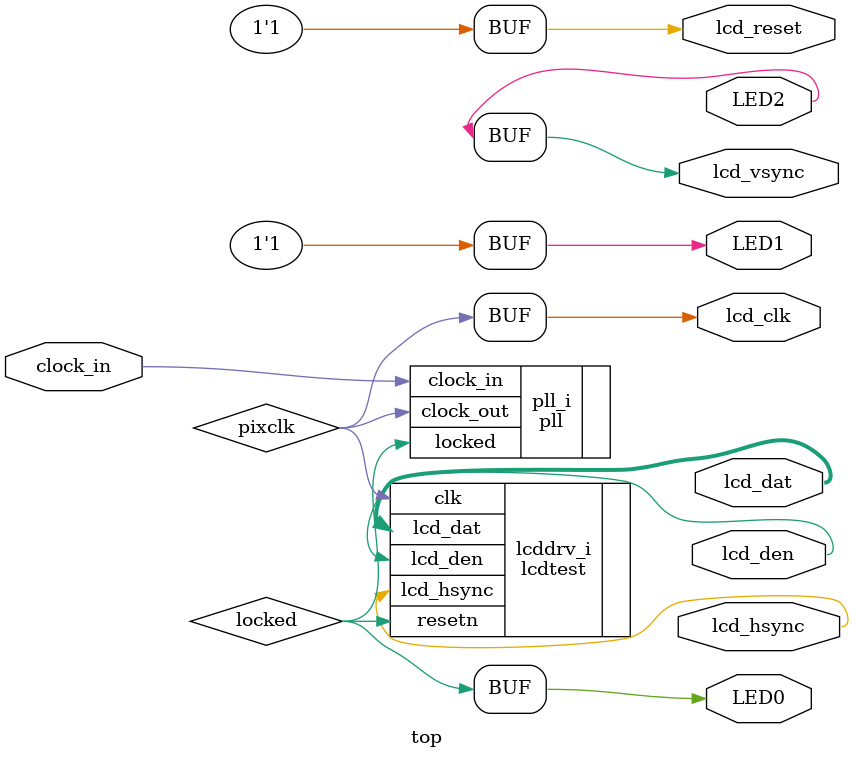
<source format=v>
module top(
    input clock_in,
    output LED0, LED1, LED2,
    output lcd_clk,
    output [7:0] lcd_dat,
    output lcd_hsync,
    output lcd_vsync,
    output lcd_den,
    output lcd_reset);

wire pixclk;
wire locked;
pll pll_i(.clock_in(clock_in), .clock_out(pixclk), .locked(locked));

lcdtest lcddrv_i (.clk(pixclk), //19.2MHz pixel clock in
                  .resetn(locked),
                  .lcd_dat(lcd_dat),
                  .lcd_hsync(lcd_hsync),
                  .lcd_hsync(lcd_hsync),
                  .lcd_den(lcd_den));

assign LED0 = locked;
assign LED1 = 1'b1;
assign LED2 = lcd_vsync;
  
assign lcd_clk = pixclk;

assign lcd_reset = 1'b1;
  
endmodule

</source>
